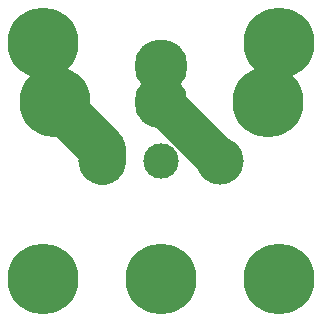
<source format=gtl>
G04 #@! TF.FileFunction,Copper,L1,Top,Signal*
%FSLAX46Y46*%
G04 Gerber Fmt 4.6, Leading zero omitted, Abs format (unit mm)*
G04 Created by KiCad (PCBNEW 4.0.4-stable) date Thursday, 20 '20e' October '20e' 2016, 21:15:53*
%MOMM*%
%LPD*%
G01*
G04 APERTURE LIST*
%ADD10C,0.100000*%
%ADD11C,6.000000*%
%ADD12C,4.000000*%
%ADD13C,4.500000*%
%ADD14C,3.000000*%
%ADD15C,3.600000*%
%ADD16C,4.000000*%
G04 APERTURE END LIST*
D10*
D11*
X167224000Y-93568000D03*
X147224000Y-93568000D03*
X147224000Y-113568000D03*
X167224000Y-113568000D03*
D12*
X162224000Y-103568000D03*
X152224000Y-103568000D03*
D13*
X157224000Y-95568000D03*
X157224000Y-98568000D03*
D11*
X166224000Y-98568000D03*
X148224000Y-98568000D03*
X157224000Y-113568000D03*
D14*
X157224000Y-103568000D03*
D15*
X157224000Y-98568000D02*
X162224000Y-103568000D01*
D16*
X152224000Y-103568000D02*
X152224000Y-102568000D01*
X152224000Y-102568000D02*
X148224000Y-98568000D01*
M02*

</source>
